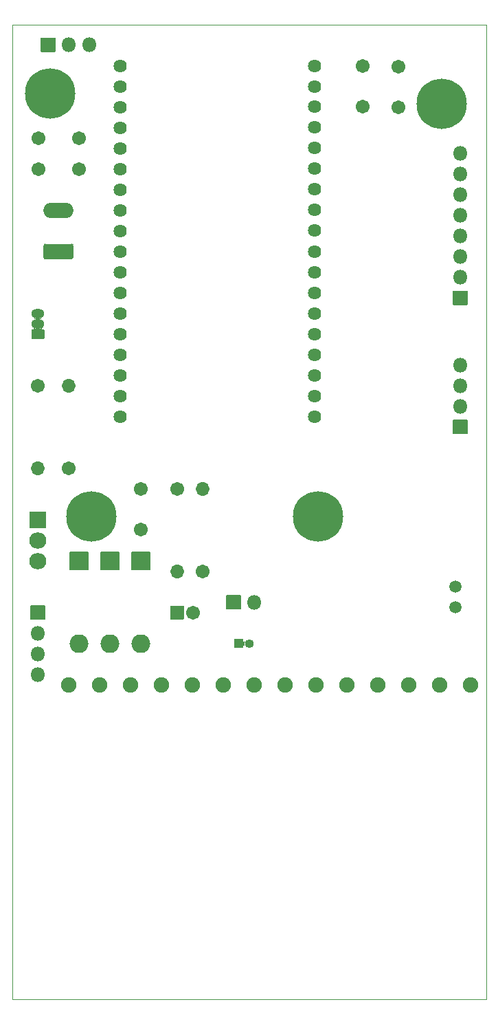
<source format=gbr>
%TF.GenerationSoftware,KiCad,Pcbnew,(5.1.9)-1*%
%TF.CreationDate,2021-03-24T15:40:31-04:00*%
%TF.ProjectId,placa_manutencao_preventiva,706c6163-615f-46d6-916e-7574656e6361,rev?*%
%TF.SameCoordinates,Original*%
%TF.FileFunction,Soldermask,Top*%
%TF.FilePolarity,Negative*%
%FSLAX46Y46*%
G04 Gerber Fmt 4.6, Leading zero omitted, Abs format (unit mm)*
G04 Created by KiCad (PCBNEW (5.1.9)-1) date 2021-03-24 15:40:31*
%MOMM*%
%LPD*%
G01*
G04 APERTURE LIST*
%TA.AperFunction,Profile*%
%ADD10C,0.050000*%
%TD*%
%ADD11O,1.802000X1.802000*%
%ADD12O,2.302000X2.302000*%
%ADD13C,6.200000*%
%ADD14O,3.702000X1.902000*%
%ADD15O,1.702000X1.702000*%
%ADD16C,1.702000*%
%ADD17C,1.626000*%
%ADD18C,1.502000*%
%ADD19O,2.102000X2.007000*%
%ADD20O,1.102000X1.102000*%
%ADD21C,1.902000*%
%ADD22O,1.602000X1.152000*%
%ADD23C,0.100000*%
G04 APERTURE END LIST*
D10*
X77800200Y-14986000D02*
X136220200Y-14986000D01*
X77800200Y-14986000D02*
X77800200Y-135001000D01*
X136220200Y-135001000D02*
X136220200Y-14986000D01*
X77800200Y-135001000D02*
X136220200Y-135001000D01*
X77800200Y-14986000D02*
X136220200Y-14986000D01*
X77800200Y-14986000D02*
X77800200Y-135001000D01*
X136220200Y-135001000D02*
X136220200Y-14986000D01*
X77800200Y-135001000D02*
X136220200Y-135001000D01*
%TO.C,J6*%
G36*
G01*
X133946200Y-47791000D02*
X133946200Y-49491000D01*
G75*
G02*
X133895200Y-49542000I-51000J0D01*
G01*
X132195200Y-49542000D01*
G75*
G02*
X132144200Y-49491000I0J51000D01*
G01*
X132144200Y-47791000D01*
G75*
G02*
X132195200Y-47740000I51000J0D01*
G01*
X133895200Y-47740000D01*
G75*
G02*
X133946200Y-47791000I0J-51000D01*
G01*
G37*
D11*
X133045200Y-46101000D03*
X133045200Y-43561000D03*
X133045200Y-41021000D03*
X133045200Y-38481000D03*
X133045200Y-35941000D03*
X133045200Y-33401000D03*
X133045200Y-30861000D03*
%TD*%
D12*
%TO.C,D2*%
X89865200Y-91186000D03*
G36*
G01*
X88765200Y-79875000D02*
X90965200Y-79875000D01*
G75*
G02*
X91016200Y-79926000I0J-51000D01*
G01*
X91016200Y-82126000D01*
G75*
G02*
X90965200Y-82177000I-51000J0D01*
G01*
X88765200Y-82177000D01*
G75*
G02*
X88714200Y-82126000I0J51000D01*
G01*
X88714200Y-79926000D01*
G75*
G02*
X88765200Y-79875000I51000J0D01*
G01*
G37*
%TD*%
D13*
%TO.C, *%
X87566500Y-75526900D03*
X115506500Y-75526900D03*
X130746500Y-24726900D03*
X82486500Y-23456900D03*
%TD*%
%TO.C,J1*%
G36*
G01*
X85102034Y-43877000D02*
X81928366Y-43877000D01*
G75*
G02*
X81664200Y-43612834I0J264166D01*
G01*
X81664200Y-42239166D01*
G75*
G02*
X81928366Y-41975000I264166J0D01*
G01*
X85102034Y-41975000D01*
G75*
G02*
X85366200Y-42239166I0J-264166D01*
G01*
X85366200Y-43612834D01*
G75*
G02*
X85102034Y-43877000I-264166J0D01*
G01*
G37*
D14*
X83515200Y-37846000D03*
%TD*%
%TO.C,J2*%
G36*
G01*
X83095200Y-18376200D02*
X81395200Y-18376200D01*
G75*
G02*
X81344200Y-18325200I0J51000D01*
G01*
X81344200Y-16625200D01*
G75*
G02*
X81395200Y-16574200I51000J0D01*
G01*
X83095200Y-16574200D01*
G75*
G02*
X83146200Y-16625200I0J-51000D01*
G01*
X83146200Y-18325200D01*
G75*
G02*
X83095200Y-18376200I-51000J0D01*
G01*
G37*
D11*
X84785200Y-17475200D03*
X87325200Y-17475200D03*
%TD*%
%TO.C,J5*%
G36*
G01*
X105955200Y-87007000D02*
X104255200Y-87007000D01*
G75*
G02*
X104204200Y-86956000I0J51000D01*
G01*
X104204200Y-85256000D01*
G75*
G02*
X104255200Y-85205000I51000J0D01*
G01*
X105955200Y-85205000D01*
G75*
G02*
X106006200Y-85256000I0J-51000D01*
G01*
X106006200Y-86956000D01*
G75*
G02*
X105955200Y-87007000I-51000J0D01*
G01*
G37*
X107645200Y-86106000D03*
%TD*%
%TO.C,J7*%
G36*
G01*
X133946200Y-63666000D02*
X133946200Y-65366000D01*
G75*
G02*
X133895200Y-65417000I-51000J0D01*
G01*
X132195200Y-65417000D01*
G75*
G02*
X132144200Y-65366000I0J51000D01*
G01*
X132144200Y-63666000D01*
G75*
G02*
X132195200Y-63615000I51000J0D01*
G01*
X133895200Y-63615000D01*
G75*
G02*
X133946200Y-63666000I0J-51000D01*
G01*
G37*
X133045200Y-61976000D03*
X133045200Y-59436000D03*
X133045200Y-56896000D03*
%TD*%
D15*
%TO.C,R2*%
X80975200Y-69596000D03*
D16*
X80975200Y-59436000D03*
%TD*%
%TO.C,R3*%
X84785200Y-69596000D03*
D15*
X84785200Y-59436000D03*
%TD*%
%TO.C,R4*%
X101295200Y-72136000D03*
D16*
X101295200Y-82296000D03*
%TD*%
%TO.C,R5*%
X98120200Y-72136000D03*
D15*
X98120200Y-82296000D03*
%TD*%
D17*
%TO.C,U1*%
X91135200Y-20066000D03*
X91135200Y-22606000D03*
X91135200Y-25146000D03*
X91135200Y-27686000D03*
X91135200Y-30226000D03*
X91135200Y-32766000D03*
X91135200Y-35306000D03*
X91135200Y-37846000D03*
X91135200Y-40386000D03*
X91135200Y-42926000D03*
X91135200Y-45466000D03*
X91135200Y-48006000D03*
X91135200Y-50546000D03*
X91135200Y-53086000D03*
X91135200Y-55626000D03*
X91135200Y-58166000D03*
X91135200Y-60706000D03*
X91135200Y-63246000D03*
X115074700Y-63246000D03*
X115074700Y-60706000D03*
X115074700Y-58166000D03*
X115074700Y-55626000D03*
X115074700Y-53086000D03*
X115074700Y-50546000D03*
X115074700Y-48006000D03*
X115074700Y-45466000D03*
X115074700Y-42926000D03*
X115074700Y-40322500D03*
X115074700Y-37782500D03*
X115074700Y-35242500D03*
X115074700Y-32702500D03*
X115074700Y-30162500D03*
X115074700Y-27622500D03*
X115074700Y-25082500D03*
X115074700Y-22606000D03*
X115074700Y-20066000D03*
%TD*%
D18*
%TO.C,J3*%
X132410200Y-84201000D03*
X132410200Y-86741000D03*
%TD*%
%TO.C,C1*%
G36*
G01*
X97269200Y-88176000D02*
X97269200Y-86576000D01*
G75*
G02*
X97320200Y-86525000I51000J0D01*
G01*
X98920200Y-86525000D01*
G75*
G02*
X98971200Y-86576000I0J-51000D01*
G01*
X98971200Y-88176000D01*
G75*
G02*
X98920200Y-88227000I-51000J0D01*
G01*
X97320200Y-88227000D01*
G75*
G02*
X97269200Y-88176000I0J51000D01*
G01*
G37*
D16*
X100120200Y-87376000D03*
%TD*%
%TO.C,D1*%
G36*
G01*
X92575200Y-79875000D02*
X94775200Y-79875000D01*
G75*
G02*
X94826200Y-79926000I0J-51000D01*
G01*
X94826200Y-82126000D01*
G75*
G02*
X94775200Y-82177000I-51000J0D01*
G01*
X92575200Y-82177000D01*
G75*
G02*
X92524200Y-82126000I0J51000D01*
G01*
X92524200Y-79926000D01*
G75*
G02*
X92575200Y-79875000I51000J0D01*
G01*
G37*
D12*
X93675200Y-91186000D03*
%TD*%
%TO.C,D3*%
G36*
G01*
X84955200Y-79875000D02*
X87155200Y-79875000D01*
G75*
G02*
X87206200Y-79926000I0J-51000D01*
G01*
X87206200Y-82126000D01*
G75*
G02*
X87155200Y-82177000I-51000J0D01*
G01*
X84955200Y-82177000D01*
G75*
G02*
X84904200Y-82126000I0J51000D01*
G01*
X84904200Y-79926000D01*
G75*
G02*
X84955200Y-79875000I51000J0D01*
G01*
G37*
X86055200Y-91186000D03*
%TD*%
D11*
%TO.C,J8*%
X80975200Y-94996000D03*
X80975200Y-92456000D03*
X80975200Y-89916000D03*
G36*
G01*
X80074200Y-88226000D02*
X80074200Y-86526000D01*
G75*
G02*
X80125200Y-86475000I51000J0D01*
G01*
X81825200Y-86475000D01*
G75*
G02*
X81876200Y-86526000I0J-51000D01*
G01*
X81876200Y-88226000D01*
G75*
G02*
X81825200Y-88277000I-51000J0D01*
G01*
X80125200Y-88277000D01*
G75*
G02*
X80074200Y-88226000I0J51000D01*
G01*
G37*
%TD*%
%TO.C,U2*%
G36*
G01*
X79975200Y-74993300D02*
X81975200Y-74993300D01*
G75*
G02*
X82026200Y-75044300I0J-51000D01*
G01*
X82026200Y-76949300D01*
G75*
G02*
X81975200Y-77000300I-51000J0D01*
G01*
X79975200Y-77000300D01*
G75*
G02*
X79924200Y-76949300I0J51000D01*
G01*
X79924200Y-75044300D01*
G75*
G02*
X79975200Y-74993300I51000J0D01*
G01*
G37*
D19*
X80975200Y-78536800D03*
X80975200Y-81076800D03*
%TD*%
%TO.C,J4*%
G36*
G01*
X106240200Y-91737000D02*
X105240200Y-91737000D01*
G75*
G02*
X105189200Y-91686000I0J51000D01*
G01*
X105189200Y-90686000D01*
G75*
G02*
X105240200Y-90635000I51000J0D01*
G01*
X106240200Y-90635000D01*
G75*
G02*
X106291200Y-90686000I0J-51000D01*
G01*
X106291200Y-91686000D01*
G75*
G02*
X106240200Y-91737000I-51000J0D01*
G01*
G37*
D20*
X107010200Y-91186000D03*
%TD*%
D16*
%TO.C,C2*%
X93675200Y-72136000D03*
X93675200Y-77136000D03*
%TD*%
%TO.C,C4*%
X81055200Y-28956000D03*
X86055200Y-28956000D03*
%TD*%
%TO.C,C5*%
X120980200Y-25066000D03*
X120980200Y-20066000D03*
%TD*%
%TO.C,C6*%
X125425200Y-20146000D03*
X125425200Y-25146000D03*
%TD*%
%TO.C,C7*%
X86055200Y-32766000D03*
X81055200Y-32766000D03*
%TD*%
D21*
%TO.C,J12*%
X84785200Y-96266000D03*
%TD*%
%TO.C,J13*%
X88595200Y-96266000D03*
%TD*%
%TO.C,J14*%
X92405200Y-96266000D03*
%TD*%
%TO.C,J15*%
X96215200Y-96266000D03*
%TD*%
%TO.C,J16*%
X100025200Y-96266000D03*
%TD*%
%TO.C,J17*%
X103835200Y-96266000D03*
%TD*%
%TO.C,J18*%
X107645200Y-96266000D03*
%TD*%
%TO.C,J19*%
X111455200Y-96266000D03*
%TD*%
%TO.C,J20*%
X115265200Y-96266000D03*
%TD*%
%TO.C,J21*%
X119075200Y-96266000D03*
%TD*%
%TO.C,J22*%
X122885200Y-96266000D03*
%TD*%
%TO.C,J23*%
X126695200Y-96266000D03*
%TD*%
%TO.C,J24*%
X130505200Y-96266000D03*
%TD*%
%TO.C,J25*%
X134315200Y-96266000D03*
%TD*%
D22*
%TO.C,Q2*%
X80975200Y-51816000D03*
X80975200Y-50546000D03*
G36*
G01*
X81725200Y-53662000D02*
X80225200Y-53662000D01*
G75*
G02*
X80174200Y-53611000I0J51000D01*
G01*
X80174200Y-52561000D01*
G75*
G02*
X80225200Y-52510000I51000J0D01*
G01*
X81725200Y-52510000D01*
G75*
G02*
X81776200Y-52561000I0J-51000D01*
G01*
X81776200Y-53611000D01*
G75*
G02*
X81725200Y-53662000I-51000J0D01*
G01*
G37*
%TD*%
D23*
G36*
X106293190Y-90863882D02*
G01*
X106295572Y-90888069D01*
X106302572Y-90911144D01*
X106313937Y-90932408D01*
X106329232Y-90951045D01*
X106347869Y-90966340D01*
X106369133Y-90977705D01*
X106392208Y-90984705D01*
X106416199Y-90987068D01*
X106440190Y-90984705D01*
X106463265Y-90977705D01*
X106484529Y-90966340D01*
X106503166Y-90951045D01*
X106518524Y-90932330D01*
X106521416Y-90928002D01*
X106523210Y-90927117D01*
X106524873Y-90928228D01*
X106524927Y-90929878D01*
X106484850Y-91026635D01*
X106463853Y-91132192D01*
X106463853Y-91239808D01*
X106484850Y-91345365D01*
X106524927Y-91442122D01*
X106524666Y-91444105D01*
X106522818Y-91444870D01*
X106521416Y-91443998D01*
X106518524Y-91439670D01*
X106503165Y-91420955D01*
X106484528Y-91405660D01*
X106463265Y-91394295D01*
X106440190Y-91387295D01*
X106416198Y-91384932D01*
X106392207Y-91387295D01*
X106369132Y-91394295D01*
X106347869Y-91405660D01*
X106329232Y-91420956D01*
X106313937Y-91439593D01*
X106302572Y-91460856D01*
X106295572Y-91483931D01*
X106293190Y-91508118D01*
X106292025Y-91509744D01*
X106290035Y-91509548D01*
X106289200Y-91507922D01*
X106289200Y-90864078D01*
X106290200Y-90862346D01*
X106292200Y-90862346D01*
X106293190Y-90863882D01*
G37*
G36*
X81524874Y-52292390D02*
G01*
X81524315Y-52294130D01*
X81511469Y-52306976D01*
X81498074Y-52327024D01*
X81488847Y-52349297D01*
X81484143Y-52372948D01*
X81484143Y-52397054D01*
X81488847Y-52420704D01*
X81498074Y-52442978D01*
X81511468Y-52463025D01*
X81528515Y-52480072D01*
X81548563Y-52493467D01*
X81570836Y-52502694D01*
X81594533Y-52507407D01*
X81606638Y-52508002D01*
X81608319Y-52509086D01*
X81608221Y-52511084D01*
X81606540Y-52512000D01*
X80343860Y-52512000D01*
X80342128Y-52511000D01*
X80342128Y-52509000D01*
X80343664Y-52508010D01*
X80367851Y-52505628D01*
X80390926Y-52498628D01*
X80412190Y-52487263D01*
X80430827Y-52471968D01*
X80446122Y-52453331D01*
X80457487Y-52432067D01*
X80464487Y-52408992D01*
X80466850Y-52385001D01*
X80464487Y-52361010D01*
X80457487Y-52337935D01*
X80446122Y-52316671D01*
X80430795Y-52297995D01*
X80429323Y-52296661D01*
X80428711Y-52294757D01*
X80430054Y-52293275D01*
X80431609Y-52293415D01*
X80530543Y-52346298D01*
X80638223Y-52378962D01*
X80750294Y-52390000D01*
X81200106Y-52390000D01*
X81312177Y-52378962D01*
X81419857Y-52346298D01*
X81519092Y-52293255D01*
X81521632Y-52291170D01*
X81523606Y-52290844D01*
X81524874Y-52292390D01*
G37*
G36*
X80523267Y-51072409D02*
G01*
X80530543Y-51076298D01*
X80638223Y-51108962D01*
X80750294Y-51120000D01*
X81200106Y-51120000D01*
X81312177Y-51108962D01*
X81419857Y-51076298D01*
X81427133Y-51072409D01*
X81429132Y-51072475D01*
X81430075Y-51074238D01*
X81429187Y-51075836D01*
X81414082Y-51085929D01*
X81397035Y-51102976D01*
X81383640Y-51123024D01*
X81374414Y-51145298D01*
X81369710Y-51168948D01*
X81369710Y-51193054D01*
X81374415Y-51216704D01*
X81383641Y-51238978D01*
X81397036Y-51259025D01*
X81414083Y-51276072D01*
X81429187Y-51286164D01*
X81430072Y-51287958D01*
X81428961Y-51289621D01*
X81427133Y-51289591D01*
X81419857Y-51285702D01*
X81312177Y-51253038D01*
X81200106Y-51242000D01*
X80750294Y-51242000D01*
X80638223Y-51253038D01*
X80530543Y-51285702D01*
X80523267Y-51289591D01*
X80521268Y-51289525D01*
X80520325Y-51287762D01*
X80521213Y-51286164D01*
X80536318Y-51276071D01*
X80553365Y-51259024D01*
X80566760Y-51238976D01*
X80575986Y-51216702D01*
X80580690Y-51193052D01*
X80580690Y-51168946D01*
X80575985Y-51145296D01*
X80566759Y-51123022D01*
X80553364Y-51102975D01*
X80536317Y-51085928D01*
X80521213Y-51075836D01*
X80520328Y-51074042D01*
X80521439Y-51072379D01*
X80523267Y-51072409D01*
G37*
G36*
X81666190Y-43612638D02*
G01*
X81671246Y-43663975D01*
X81686165Y-43713157D01*
X81710391Y-43758481D01*
X81742993Y-43798207D01*
X81782719Y-43830809D01*
X81828043Y-43855035D01*
X81877225Y-43869954D01*
X81928562Y-43875010D01*
X81930188Y-43876175D01*
X81929992Y-43878165D01*
X81928366Y-43879000D01*
X81844229Y-43879000D01*
X81844033Y-43878990D01*
X81804089Y-43875056D01*
X81803704Y-43874980D01*
X81771195Y-43865119D01*
X81770833Y-43864969D01*
X81740875Y-43848955D01*
X81740549Y-43848737D01*
X81714290Y-43827187D01*
X81714013Y-43826910D01*
X81692463Y-43800651D01*
X81692245Y-43800325D01*
X81676231Y-43770367D01*
X81676081Y-43770005D01*
X81666220Y-43737496D01*
X81666144Y-43737111D01*
X81662210Y-43697167D01*
X81662200Y-43696971D01*
X81662200Y-43612834D01*
X81663200Y-43611102D01*
X81665200Y-43611102D01*
X81666190Y-43612638D01*
G37*
G36*
X85367365Y-43611208D02*
G01*
X85368200Y-43612834D01*
X85368200Y-43696971D01*
X85368190Y-43697167D01*
X85364256Y-43737111D01*
X85364180Y-43737496D01*
X85354319Y-43770005D01*
X85354169Y-43770367D01*
X85338155Y-43800325D01*
X85337937Y-43800651D01*
X85316387Y-43826910D01*
X85316110Y-43827187D01*
X85289851Y-43848737D01*
X85289525Y-43848955D01*
X85259567Y-43864969D01*
X85259205Y-43865119D01*
X85226696Y-43874980D01*
X85226311Y-43875056D01*
X85186367Y-43878990D01*
X85186171Y-43879000D01*
X85102034Y-43879000D01*
X85100302Y-43878000D01*
X85100302Y-43876000D01*
X85101838Y-43875010D01*
X85153175Y-43869954D01*
X85202357Y-43855035D01*
X85247681Y-43830809D01*
X85287407Y-43798207D01*
X85320009Y-43758481D01*
X85344235Y-43713157D01*
X85359154Y-43663975D01*
X85364210Y-43612638D01*
X85365375Y-43611012D01*
X85367365Y-43611208D01*
G37*
G36*
X81930098Y-41974000D02*
G01*
X81930098Y-41976000D01*
X81928562Y-41976990D01*
X81877225Y-41982046D01*
X81828043Y-41996965D01*
X81782719Y-42021191D01*
X81742993Y-42053793D01*
X81710391Y-42093519D01*
X81686165Y-42138843D01*
X81671246Y-42188025D01*
X81666190Y-42239362D01*
X81665025Y-42240988D01*
X81663035Y-42240792D01*
X81662200Y-42239166D01*
X81662200Y-42155029D01*
X81662210Y-42154833D01*
X81666144Y-42114889D01*
X81666220Y-42114504D01*
X81676081Y-42081995D01*
X81676231Y-42081633D01*
X81692245Y-42051675D01*
X81692463Y-42051349D01*
X81714013Y-42025090D01*
X81714290Y-42024813D01*
X81740549Y-42003263D01*
X81740875Y-42003045D01*
X81770833Y-41987031D01*
X81771195Y-41986881D01*
X81803704Y-41977020D01*
X81804089Y-41976944D01*
X81844033Y-41973010D01*
X81844229Y-41973000D01*
X81928366Y-41973000D01*
X81930098Y-41974000D01*
G37*
G36*
X85186367Y-41973010D02*
G01*
X85226311Y-41976944D01*
X85226696Y-41977020D01*
X85259205Y-41986881D01*
X85259567Y-41987031D01*
X85289525Y-42003045D01*
X85289851Y-42003263D01*
X85316110Y-42024813D01*
X85316387Y-42025090D01*
X85337937Y-42051349D01*
X85338155Y-42051675D01*
X85354169Y-42081633D01*
X85354319Y-42081995D01*
X85364180Y-42114504D01*
X85364256Y-42114889D01*
X85368190Y-42154833D01*
X85368200Y-42155029D01*
X85368200Y-42239166D01*
X85367200Y-42240898D01*
X85365200Y-42240898D01*
X85364210Y-42239362D01*
X85359154Y-42188025D01*
X85344235Y-42138843D01*
X85320009Y-42093519D01*
X85287407Y-42053793D01*
X85247681Y-42021191D01*
X85202357Y-41996965D01*
X85153175Y-41982046D01*
X85101838Y-41976990D01*
X85100212Y-41975825D01*
X85100408Y-41973835D01*
X85102034Y-41973000D01*
X85186171Y-41973000D01*
X85186367Y-41973010D01*
G37*
M02*

</source>
